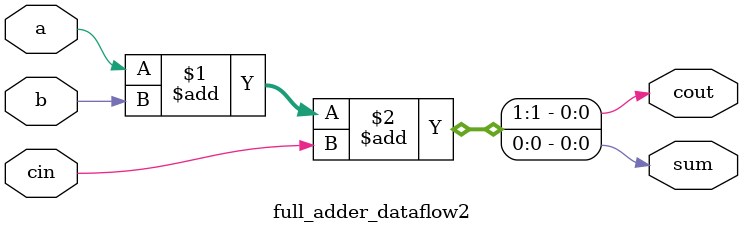
<source format=v>
module full_adder_dataflow2 (
    input a,
    input b,
    input cin,
    output cout,
    output sum
);
    assign {cout, sum} = a + b + cin;

endmodule //full_adder_dataflow2
</source>
